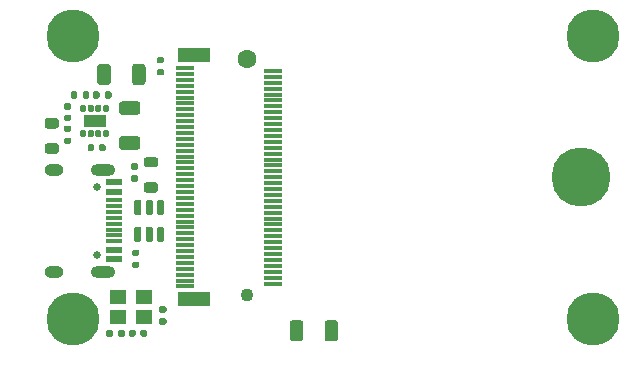
<source format=gts>
G04 #@! TF.GenerationSoftware,KiCad,Pcbnew,8.0.1+dfsg-1*
G04 #@! TF.CreationDate,2024-10-13T21:14:54+00:00*
G04 #@! TF.ProjectId,usb2m2e,75736232-6d32-4652-9e6b-696361645f70,rev?*
G04 #@! TF.SameCoordinates,Original*
G04 #@! TF.FileFunction,Soldermask,Top*
G04 #@! TF.FilePolarity,Negative*
%FSLAX46Y46*%
G04 Gerber Fmt 4.6, Leading zero omitted, Abs format (unit mm)*
G04 Created by KiCad (PCBNEW 8.0.1+dfsg-1) date 2024-10-13 21:14:54*
%MOMM*%
%LPD*%
G01*
G04 APERTURE LIST*
%ADD10C,1.100000*%
%ADD11C,1.600000*%
%ADD12R,1.550000X0.300000*%
%ADD13R,2.750000X1.200000*%
%ADD14C,4.500000*%
%ADD15R,1.900000X1.100000*%
%ADD16C,0.650000*%
%ADD17R,1.450000X0.600000*%
%ADD18R,1.450000X0.300000*%
%ADD19O,2.100000X1.000000*%
%ADD20O,1.600000X1.000000*%
%ADD21C,5.000000*%
%ADD22R,1.400000X1.200000*%
G04 APERTURE END LIST*
D10*
X136750000Y-93000000D03*
D11*
X136750000Y-73000000D03*
D12*
X131525000Y-92250000D03*
X138975000Y-92000000D03*
X131525000Y-91750000D03*
X138975000Y-91500000D03*
X131525000Y-91250000D03*
X138975000Y-91000000D03*
X131525000Y-90750000D03*
X138975000Y-90500000D03*
X131525000Y-90250000D03*
X138975000Y-90000000D03*
X131525000Y-89750000D03*
X138975000Y-89500000D03*
X131525000Y-89250000D03*
X138975000Y-89000000D03*
X131525000Y-88750000D03*
X138975000Y-88500000D03*
X131525000Y-88250000D03*
X138975000Y-88000000D03*
X131525000Y-87750000D03*
X138975000Y-87500000D03*
X131525000Y-87250000D03*
X138975000Y-87000000D03*
X131525000Y-86750000D03*
X138975000Y-86500000D03*
X131525000Y-86250000D03*
X138975000Y-86000000D03*
X131525000Y-85750000D03*
X138975000Y-85500000D03*
X131525000Y-85250000D03*
X138975000Y-85000000D03*
X131525000Y-84750000D03*
X138975000Y-84500000D03*
X131525000Y-84250000D03*
X138975000Y-84000000D03*
X131525000Y-83750000D03*
X138975000Y-83500000D03*
X131525000Y-83250000D03*
X138975000Y-83000000D03*
X131525000Y-82750000D03*
X138975000Y-82500000D03*
X131525000Y-82250000D03*
X138975000Y-82000000D03*
X131525000Y-81750000D03*
X138975000Y-81500000D03*
X131525000Y-81250000D03*
X138975000Y-81000000D03*
X131525000Y-80750000D03*
X138975000Y-80500000D03*
X131525000Y-80250000D03*
X138975000Y-80000000D03*
X131525000Y-79750000D03*
X138975000Y-79500000D03*
X131525000Y-79250000D03*
X138975000Y-79000000D03*
X131525000Y-78750000D03*
X138975000Y-78500000D03*
X131525000Y-78250000D03*
X138975000Y-78000000D03*
X131525000Y-77750000D03*
X138975000Y-77500000D03*
X131525000Y-77250000D03*
X138975000Y-77000000D03*
X131525000Y-76750000D03*
X138975000Y-76500000D03*
X131525000Y-76250000D03*
X138975000Y-76000000D03*
X131525000Y-75750000D03*
X138975000Y-75500000D03*
X131525000Y-75250000D03*
X138975000Y-75000000D03*
X131525000Y-74750000D03*
X138975000Y-74500000D03*
X131525000Y-74250000D03*
X138975000Y-74000000D03*
X131525000Y-73750000D03*
D13*
X132250000Y-93350000D03*
X132250000Y-72650000D03*
G36*
G01*
X121380000Y-76740000D02*
X121720000Y-76740000D01*
G75*
G02*
X121860000Y-76880000I0J-140000D01*
G01*
X121860000Y-77160000D01*
G75*
G02*
X121720000Y-77300000I-140000J0D01*
G01*
X121380000Y-77300000D01*
G75*
G02*
X121240000Y-77160000I0J140000D01*
G01*
X121240000Y-76880000D01*
G75*
G02*
X121380000Y-76740000I140000J0D01*
G01*
G37*
G36*
G01*
X121380000Y-77700000D02*
X121720000Y-77700000D01*
G75*
G02*
X121860000Y-77840000I0J-140000D01*
G01*
X121860000Y-78120000D01*
G75*
G02*
X121720000Y-78260000I-140000J0D01*
G01*
X121380000Y-78260000D01*
G75*
G02*
X121240000Y-78120000I0J140000D01*
G01*
X121240000Y-77840000D01*
G75*
G02*
X121380000Y-77700000I140000J0D01*
G01*
G37*
G36*
G01*
X126380000Y-96035000D02*
X126380000Y-96405000D01*
G75*
G02*
X126245000Y-96540000I-135000J0D01*
G01*
X125975000Y-96540000D01*
G75*
G02*
X125840000Y-96405000I0J135000D01*
G01*
X125840000Y-96035000D01*
G75*
G02*
X125975000Y-95900000I135000J0D01*
G01*
X126245000Y-95900000D01*
G75*
G02*
X126380000Y-96035000I0J-135000D01*
G01*
G37*
G36*
G01*
X125360000Y-96035000D02*
X125360000Y-96405000D01*
G75*
G02*
X125225000Y-96540000I-135000J0D01*
G01*
X124955000Y-96540000D01*
G75*
G02*
X124820000Y-96405000I0J135000D01*
G01*
X124820000Y-96035000D01*
G75*
G02*
X124955000Y-95900000I135000J0D01*
G01*
X125225000Y-95900000D01*
G75*
G02*
X125360000Y-96035000I0J-135000D01*
G01*
G37*
G36*
G01*
X125265000Y-75852500D02*
X125265000Y-76222500D01*
G75*
G02*
X125130000Y-76357500I-135000J0D01*
G01*
X124860000Y-76357500D01*
G75*
G02*
X124725000Y-76222500I0J135000D01*
G01*
X124725000Y-75852500D01*
G75*
G02*
X124860000Y-75717500I135000J0D01*
G01*
X125130000Y-75717500D01*
G75*
G02*
X125265000Y-75852500I0J-135000D01*
G01*
G37*
G36*
G01*
X124245000Y-75852500D02*
X124245000Y-76222500D01*
G75*
G02*
X124110000Y-76357500I-135000J0D01*
G01*
X123840000Y-76357500D01*
G75*
G02*
X123705000Y-76222500I0J135000D01*
G01*
X123705000Y-75852500D01*
G75*
G02*
X123840000Y-75717500I135000J0D01*
G01*
X124110000Y-75717500D01*
G75*
G02*
X124245000Y-75852500I0J-135000D01*
G01*
G37*
G36*
G01*
X121735000Y-80180000D02*
X121365000Y-80180000D01*
G75*
G02*
X121230000Y-80045000I0J135000D01*
G01*
X121230000Y-79775000D01*
G75*
G02*
X121365000Y-79640000I135000J0D01*
G01*
X121735000Y-79640000D01*
G75*
G02*
X121870000Y-79775000I0J-135000D01*
G01*
X121870000Y-80045000D01*
G75*
G02*
X121735000Y-80180000I-135000J0D01*
G01*
G37*
G36*
G01*
X121735000Y-79160000D02*
X121365000Y-79160000D01*
G75*
G02*
X121230000Y-79025000I0J135000D01*
G01*
X121230000Y-78755000D01*
G75*
G02*
X121365000Y-78620000I135000J0D01*
G01*
X121735000Y-78620000D01*
G75*
G02*
X121870000Y-78755000I0J-135000D01*
G01*
X121870000Y-79025000D01*
G75*
G02*
X121735000Y-79160000I-135000J0D01*
G01*
G37*
G36*
G01*
X129785000Y-95490000D02*
X129415000Y-95490000D01*
G75*
G02*
X129280000Y-95355000I0J135000D01*
G01*
X129280000Y-95085000D01*
G75*
G02*
X129415000Y-94950000I135000J0D01*
G01*
X129785000Y-94950000D01*
G75*
G02*
X129920000Y-95085000I0J-135000D01*
G01*
X129920000Y-95355000D01*
G75*
G02*
X129785000Y-95490000I-135000J0D01*
G01*
G37*
G36*
G01*
X129785000Y-94470000D02*
X129415000Y-94470000D01*
G75*
G02*
X129280000Y-94335000I0J135000D01*
G01*
X129280000Y-94065000D01*
G75*
G02*
X129415000Y-93930000I135000J0D01*
G01*
X129785000Y-93930000D01*
G75*
G02*
X129920000Y-94065000I0J-135000D01*
G01*
X129920000Y-94335000D01*
G75*
G02*
X129785000Y-94470000I-135000J0D01*
G01*
G37*
G36*
G01*
X129215000Y-72820000D02*
X129585000Y-72820000D01*
G75*
G02*
X129720000Y-72955000I0J-135000D01*
G01*
X129720000Y-73225000D01*
G75*
G02*
X129585000Y-73360000I-135000J0D01*
G01*
X129215000Y-73360000D01*
G75*
G02*
X129080000Y-73225000I0J135000D01*
G01*
X129080000Y-72955000D01*
G75*
G02*
X129215000Y-72820000I135000J0D01*
G01*
G37*
G36*
G01*
X129215000Y-73840000D02*
X129585000Y-73840000D01*
G75*
G02*
X129720000Y-73975000I0J-135000D01*
G01*
X129720000Y-74245000D01*
G75*
G02*
X129585000Y-74380000I-135000J0D01*
G01*
X129215000Y-74380000D01*
G75*
G02*
X129080000Y-74245000I0J135000D01*
G01*
X129080000Y-73975000D01*
G75*
G02*
X129215000Y-73840000I135000J0D01*
G01*
G37*
D14*
X122000000Y-71000000D03*
G36*
G01*
X128260000Y-96040000D02*
X128260000Y-96380000D01*
G75*
G02*
X128120000Y-96520000I-140000J0D01*
G01*
X127840000Y-96520000D01*
G75*
G02*
X127700000Y-96380000I0J140000D01*
G01*
X127700000Y-96040000D01*
G75*
G02*
X127840000Y-95900000I140000J0D01*
G01*
X128120000Y-95900000D01*
G75*
G02*
X128260000Y-96040000I0J-140000D01*
G01*
G37*
G36*
G01*
X127300000Y-96040000D02*
X127300000Y-96380000D01*
G75*
G02*
X127160000Y-96520000I-140000J0D01*
G01*
X126880000Y-96520000D01*
G75*
G02*
X126740000Y-96380000I0J140000D01*
G01*
X126740000Y-96040000D01*
G75*
G02*
X126880000Y-95900000I140000J0D01*
G01*
X127160000Y-95900000D01*
G75*
G02*
X127300000Y-96040000I0J-140000D01*
G01*
G37*
G36*
G01*
X128150000Y-73650000D02*
X128150000Y-74950000D01*
G75*
G02*
X127900000Y-75200000I-250000J0D01*
G01*
X127250000Y-75200000D01*
G75*
G02*
X127000000Y-74950000I0J250000D01*
G01*
X127000000Y-73650000D01*
G75*
G02*
X127250000Y-73400000I250000J0D01*
G01*
X127900000Y-73400000D01*
G75*
G02*
X128150000Y-73650000I0J-250000D01*
G01*
G37*
G36*
G01*
X125200000Y-73650000D02*
X125200000Y-74950000D01*
G75*
G02*
X124950000Y-75200000I-250000J0D01*
G01*
X124300000Y-75200000D01*
G75*
G02*
X124050000Y-74950000I0J250000D01*
G01*
X124050000Y-73650000D01*
G75*
G02*
X124300000Y-73400000I250000J0D01*
G01*
X124950000Y-73400000D01*
G75*
G02*
X125200000Y-73650000I0J-250000D01*
G01*
G37*
G36*
G01*
X127385000Y-83380000D02*
X127015000Y-83380000D01*
G75*
G02*
X126880000Y-83245000I0J135000D01*
G01*
X126880000Y-82975000D01*
G75*
G02*
X127015000Y-82840000I135000J0D01*
G01*
X127385000Y-82840000D01*
G75*
G02*
X127520000Y-82975000I0J-135000D01*
G01*
X127520000Y-83245000D01*
G75*
G02*
X127385000Y-83380000I-135000J0D01*
G01*
G37*
G36*
G01*
X127385000Y-82360000D02*
X127015000Y-82360000D01*
G75*
G02*
X126880000Y-82225000I0J135000D01*
G01*
X126880000Y-81955000D01*
G75*
G02*
X127015000Y-81820000I135000J0D01*
G01*
X127385000Y-81820000D01*
G75*
G02*
X127520000Y-81955000I0J-135000D01*
G01*
X127520000Y-82225000D01*
G75*
G02*
X127385000Y-82360000I-135000J0D01*
G01*
G37*
X166000000Y-95000000D03*
G36*
G01*
X127115000Y-89130000D02*
X127485000Y-89130000D01*
G75*
G02*
X127620000Y-89265000I0J-135000D01*
G01*
X127620000Y-89535000D01*
G75*
G02*
X127485000Y-89670000I-135000J0D01*
G01*
X127115000Y-89670000D01*
G75*
G02*
X126980000Y-89535000I0J135000D01*
G01*
X126980000Y-89265000D01*
G75*
G02*
X127115000Y-89130000I135000J0D01*
G01*
G37*
G36*
G01*
X127115000Y-90150000D02*
X127485000Y-90150000D01*
G75*
G02*
X127620000Y-90285000I0J-135000D01*
G01*
X127620000Y-90555000D01*
G75*
G02*
X127485000Y-90690000I-135000J0D01*
G01*
X127115000Y-90690000D01*
G75*
G02*
X126980000Y-90555000I0J135000D01*
G01*
X126980000Y-90285000D01*
G75*
G02*
X127115000Y-90150000I135000J0D01*
G01*
G37*
G36*
G01*
X123365000Y-75852500D02*
X123365000Y-76222500D01*
G75*
G02*
X123230000Y-76357500I-135000J0D01*
G01*
X122960000Y-76357500D01*
G75*
G02*
X122825000Y-76222500I0J135000D01*
G01*
X122825000Y-75852500D01*
G75*
G02*
X122960000Y-75717500I135000J0D01*
G01*
X123230000Y-75717500D01*
G75*
G02*
X123365000Y-75852500I0J-135000D01*
G01*
G37*
G36*
G01*
X122345000Y-75852500D02*
X122345000Y-76222500D01*
G75*
G02*
X122210000Y-76357500I-135000J0D01*
G01*
X121940000Y-76357500D01*
G75*
G02*
X121805000Y-76222500I0J135000D01*
G01*
X121805000Y-75852500D01*
G75*
G02*
X121940000Y-75717500I135000J0D01*
G01*
X122210000Y-75717500D01*
G75*
G02*
X122345000Y-75852500I0J-135000D01*
G01*
G37*
G36*
G01*
X122975000Y-79612500D02*
X122725000Y-79612500D01*
G75*
G02*
X122600000Y-79487500I0J125000D01*
G01*
X122600000Y-79112500D01*
G75*
G02*
X122725000Y-78987500I125000J0D01*
G01*
X122975000Y-78987500D01*
G75*
G02*
X123100000Y-79112500I0J-125000D01*
G01*
X123100000Y-79487500D01*
G75*
G02*
X122975000Y-79612500I-125000J0D01*
G01*
G37*
G36*
G01*
X123625000Y-79612500D02*
X123375000Y-79612500D01*
G75*
G02*
X123250000Y-79487500I0J125000D01*
G01*
X123250000Y-79112500D01*
G75*
G02*
X123375000Y-78987500I125000J0D01*
G01*
X123625000Y-78987500D01*
G75*
G02*
X123750000Y-79112500I0J-125000D01*
G01*
X123750000Y-79487500D01*
G75*
G02*
X123625000Y-79612500I-125000J0D01*
G01*
G37*
G36*
G01*
X124275000Y-79612500D02*
X124025000Y-79612500D01*
G75*
G02*
X123900000Y-79487500I0J125000D01*
G01*
X123900000Y-79112500D01*
G75*
G02*
X124025000Y-78987500I125000J0D01*
G01*
X124275000Y-78987500D01*
G75*
G02*
X124400000Y-79112500I0J-125000D01*
G01*
X124400000Y-79487500D01*
G75*
G02*
X124275000Y-79612500I-125000J0D01*
G01*
G37*
G36*
G01*
X124925000Y-79612500D02*
X124675000Y-79612500D01*
G75*
G02*
X124550000Y-79487500I0J125000D01*
G01*
X124550000Y-79112500D01*
G75*
G02*
X124675000Y-78987500I125000J0D01*
G01*
X124925000Y-78987500D01*
G75*
G02*
X125050000Y-79112500I0J-125000D01*
G01*
X125050000Y-79487500D01*
G75*
G02*
X124925000Y-79612500I-125000J0D01*
G01*
G37*
G36*
G01*
X124925000Y-77487500D02*
X124675000Y-77487500D01*
G75*
G02*
X124550000Y-77362500I0J125000D01*
G01*
X124550000Y-76987500D01*
G75*
G02*
X124675000Y-76862500I125000J0D01*
G01*
X124925000Y-76862500D01*
G75*
G02*
X125050000Y-76987500I0J-125000D01*
G01*
X125050000Y-77362500D01*
G75*
G02*
X124925000Y-77487500I-125000J0D01*
G01*
G37*
G36*
G01*
X124275000Y-77487500D02*
X124025000Y-77487500D01*
G75*
G02*
X123900000Y-77362500I0J125000D01*
G01*
X123900000Y-76987500D01*
G75*
G02*
X124025000Y-76862500I125000J0D01*
G01*
X124275000Y-76862500D01*
G75*
G02*
X124400000Y-76987500I0J-125000D01*
G01*
X124400000Y-77362500D01*
G75*
G02*
X124275000Y-77487500I-125000J0D01*
G01*
G37*
G36*
G01*
X123625000Y-77487500D02*
X123375000Y-77487500D01*
G75*
G02*
X123250000Y-77362500I0J125000D01*
G01*
X123250000Y-76987500D01*
G75*
G02*
X123375000Y-76862500I125000J0D01*
G01*
X123625000Y-76862500D01*
G75*
G02*
X123750000Y-76987500I0J-125000D01*
G01*
X123750000Y-77362500D01*
G75*
G02*
X123625000Y-77487500I-125000J0D01*
G01*
G37*
G36*
G01*
X122975000Y-77487500D02*
X122725000Y-77487500D01*
G75*
G02*
X122600000Y-77362500I0J125000D01*
G01*
X122600000Y-76987500D01*
G75*
G02*
X122725000Y-76862500I125000J0D01*
G01*
X122975000Y-76862500D01*
G75*
G02*
X123100000Y-76987500I0J-125000D01*
G01*
X123100000Y-77362500D01*
G75*
G02*
X122975000Y-77487500I-125000J0D01*
G01*
G37*
D15*
X123825000Y-78237500D03*
D14*
X166000000Y-71000000D03*
G36*
G01*
X127450000Y-80675000D02*
X126150000Y-80675000D01*
G75*
G02*
X125900000Y-80425000I0J250000D01*
G01*
X125900000Y-79775000D01*
G75*
G02*
X126150000Y-79525000I250000J0D01*
G01*
X127450000Y-79525000D01*
G75*
G02*
X127700000Y-79775000I0J-250000D01*
G01*
X127700000Y-80425000D01*
G75*
G02*
X127450000Y-80675000I-250000J0D01*
G01*
G37*
G36*
G01*
X127450000Y-77725000D02*
X126150000Y-77725000D01*
G75*
G02*
X125900000Y-77475000I0J250000D01*
G01*
X125900000Y-76825000D01*
G75*
G02*
X126150000Y-76575000I250000J0D01*
G01*
X127450000Y-76575000D01*
G75*
G02*
X127700000Y-76825000I0J-250000D01*
G01*
X127700000Y-77475000D01*
G75*
G02*
X127450000Y-77725000I-250000J0D01*
G01*
G37*
G36*
G01*
X123240000Y-80670000D02*
X123240000Y-80330000D01*
G75*
G02*
X123380000Y-80190000I140000J0D01*
G01*
X123660000Y-80190000D01*
G75*
G02*
X123800000Y-80330000I0J-140000D01*
G01*
X123800000Y-80670000D01*
G75*
G02*
X123660000Y-80810000I-140000J0D01*
G01*
X123380000Y-80810000D01*
G75*
G02*
X123240000Y-80670000I0J140000D01*
G01*
G37*
G36*
G01*
X124200000Y-80670000D02*
X124200000Y-80330000D01*
G75*
G02*
X124340000Y-80190000I140000J0D01*
G01*
X124620000Y-80190000D01*
G75*
G02*
X124760000Y-80330000I0J-140000D01*
G01*
X124760000Y-80670000D01*
G75*
G02*
X124620000Y-80810000I-140000J0D01*
G01*
X124340000Y-80810000D01*
G75*
G02*
X124200000Y-80670000I0J140000D01*
G01*
G37*
D16*
X124040000Y-83790000D03*
X124040000Y-89570000D03*
D17*
X125485000Y-83430000D03*
X125485000Y-84230000D03*
D18*
X125485000Y-85430000D03*
X125485000Y-86430000D03*
X125485000Y-86930000D03*
X125485000Y-87930000D03*
D17*
X125485000Y-89130000D03*
X125485000Y-89930000D03*
X125485000Y-89930000D03*
X125485000Y-89130000D03*
D18*
X125485000Y-88430000D03*
X125485000Y-87430000D03*
X125485000Y-85930000D03*
X125485000Y-84930000D03*
D17*
X125485000Y-84230000D03*
X125485000Y-83430000D03*
D19*
X124570000Y-82360000D03*
D20*
X120390000Y-82360000D03*
D19*
X124570000Y-91000000D03*
D20*
X120390000Y-91000000D03*
G36*
G01*
X128981250Y-84300000D02*
X128218750Y-84300000D01*
G75*
G02*
X128000000Y-84081250I0J218750D01*
G01*
X128000000Y-83643750D01*
G75*
G02*
X128218750Y-83425000I218750J0D01*
G01*
X128981250Y-83425000D01*
G75*
G02*
X129200000Y-83643750I0J-218750D01*
G01*
X129200000Y-84081250D01*
G75*
G02*
X128981250Y-84300000I-218750J0D01*
G01*
G37*
G36*
G01*
X128981250Y-82175000D02*
X128218750Y-82175000D01*
G75*
G02*
X128000000Y-81956250I0J218750D01*
G01*
X128000000Y-81518750D01*
G75*
G02*
X128218750Y-81300000I218750J0D01*
G01*
X128981250Y-81300000D01*
G75*
G02*
X129200000Y-81518750I0J-218750D01*
G01*
X129200000Y-81956250D01*
G75*
G02*
X128981250Y-82175000I-218750J0D01*
G01*
G37*
D14*
X122000000Y-95000000D03*
D21*
X165000000Y-83000000D03*
G36*
G01*
X140350000Y-96650000D02*
X140350000Y-95350000D01*
G75*
G02*
X140600000Y-95100000I250000J0D01*
G01*
X141250000Y-95100000D01*
G75*
G02*
X141500000Y-95350000I0J-250000D01*
G01*
X141500000Y-96650000D01*
G75*
G02*
X141250000Y-96900000I-250000J0D01*
G01*
X140600000Y-96900000D01*
G75*
G02*
X140350000Y-96650000I0J250000D01*
G01*
G37*
G36*
G01*
X143300000Y-96650000D02*
X143300000Y-95350000D01*
G75*
G02*
X143550000Y-95100000I250000J0D01*
G01*
X144200000Y-95100000D01*
G75*
G02*
X144450000Y-95350000I0J-250000D01*
G01*
X144450000Y-96650000D01*
G75*
G02*
X144200000Y-96900000I-250000J0D01*
G01*
X143550000Y-96900000D01*
G75*
G02*
X143300000Y-96650000I0J250000D01*
G01*
G37*
G36*
G01*
X119818750Y-78000000D02*
X120581250Y-78000000D01*
G75*
G02*
X120800000Y-78218750I0J-218750D01*
G01*
X120800000Y-78656250D01*
G75*
G02*
X120581250Y-78875000I-218750J0D01*
G01*
X119818750Y-78875000D01*
G75*
G02*
X119600000Y-78656250I0J218750D01*
G01*
X119600000Y-78218750D01*
G75*
G02*
X119818750Y-78000000I218750J0D01*
G01*
G37*
G36*
G01*
X119818750Y-80125000D02*
X120581250Y-80125000D01*
G75*
G02*
X120800000Y-80343750I0J-218750D01*
G01*
X120800000Y-80781250D01*
G75*
G02*
X120581250Y-81000000I-218750J0D01*
G01*
X119818750Y-81000000D01*
G75*
G02*
X119600000Y-80781250I0J218750D01*
G01*
X119600000Y-80343750D01*
G75*
G02*
X119818750Y-80125000I218750J0D01*
G01*
G37*
G36*
G01*
X127650000Y-88500000D02*
X127350000Y-88500000D01*
G75*
G02*
X127200000Y-88350000I0J150000D01*
G01*
X127200000Y-87325000D01*
G75*
G02*
X127350000Y-87175000I150000J0D01*
G01*
X127650000Y-87175000D01*
G75*
G02*
X127800000Y-87325000I0J-150000D01*
G01*
X127800000Y-88350000D01*
G75*
G02*
X127650000Y-88500000I-150000J0D01*
G01*
G37*
G36*
G01*
X128600000Y-88500000D02*
X128300000Y-88500000D01*
G75*
G02*
X128150000Y-88350000I0J150000D01*
G01*
X128150000Y-87325000D01*
G75*
G02*
X128300000Y-87175000I150000J0D01*
G01*
X128600000Y-87175000D01*
G75*
G02*
X128750000Y-87325000I0J-150000D01*
G01*
X128750000Y-88350000D01*
G75*
G02*
X128600000Y-88500000I-150000J0D01*
G01*
G37*
G36*
G01*
X129550000Y-88500000D02*
X129250000Y-88500000D01*
G75*
G02*
X129100000Y-88350000I0J150000D01*
G01*
X129100000Y-87325000D01*
G75*
G02*
X129250000Y-87175000I150000J0D01*
G01*
X129550000Y-87175000D01*
G75*
G02*
X129700000Y-87325000I0J-150000D01*
G01*
X129700000Y-88350000D01*
G75*
G02*
X129550000Y-88500000I-150000J0D01*
G01*
G37*
G36*
G01*
X129550000Y-86225000D02*
X129250000Y-86225000D01*
G75*
G02*
X129100000Y-86075000I0J150000D01*
G01*
X129100000Y-85050000D01*
G75*
G02*
X129250000Y-84900000I150000J0D01*
G01*
X129550000Y-84900000D01*
G75*
G02*
X129700000Y-85050000I0J-150000D01*
G01*
X129700000Y-86075000D01*
G75*
G02*
X129550000Y-86225000I-150000J0D01*
G01*
G37*
G36*
G01*
X128600000Y-86225000D02*
X128300000Y-86225000D01*
G75*
G02*
X128150000Y-86075000I0J150000D01*
G01*
X128150000Y-85050000D01*
G75*
G02*
X128300000Y-84900000I150000J0D01*
G01*
X128600000Y-84900000D01*
G75*
G02*
X128750000Y-85050000I0J-150000D01*
G01*
X128750000Y-86075000D01*
G75*
G02*
X128600000Y-86225000I-150000J0D01*
G01*
G37*
G36*
G01*
X127650000Y-86225000D02*
X127350000Y-86225000D01*
G75*
G02*
X127200000Y-86075000I0J150000D01*
G01*
X127200000Y-85050000D01*
G75*
G02*
X127350000Y-84900000I150000J0D01*
G01*
X127650000Y-84900000D01*
G75*
G02*
X127800000Y-85050000I0J-150000D01*
G01*
X127800000Y-86075000D01*
G75*
G02*
X127650000Y-86225000I-150000J0D01*
G01*
G37*
D22*
X128000000Y-93110000D03*
X125800000Y-93110000D03*
X125800000Y-94810000D03*
X128000000Y-94810000D03*
M02*

</source>
